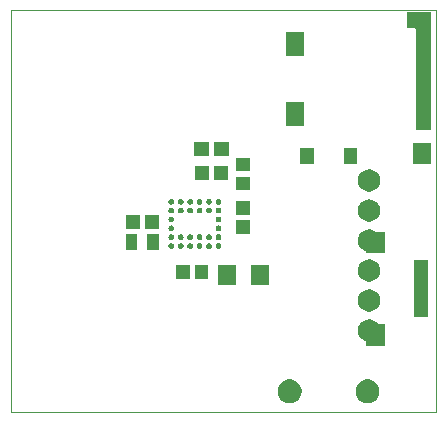
<source format=gbr>
%TF.GenerationSoftware,KiCad,Pcbnew,(5.1.4)-1*%
%TF.CreationDate,2019-10-25T20:45:33-07:00*%
%TF.ProjectId,base,62617365-2e6b-4696-9361-645f70636258,rev?*%
%TF.SameCoordinates,Original*%
%TF.FileFunction,Soldermask,Bot*%
%TF.FilePolarity,Negative*%
%FSLAX46Y46*%
G04 Gerber Fmt 4.6, Leading zero omitted, Abs format (unit mm)*
G04 Created by KiCad (PCBNEW (5.1.4)-1) date 2019-10-25 20:45:33*
%MOMM*%
%LPD*%
G04 APERTURE LIST*
%ADD10C,0.050000*%
%ADD11C,0.100000*%
G04 APERTURE END LIST*
D10*
X166500000Y-93500000D02*
X130500000Y-93500000D01*
X130500000Y-93500000D02*
X130500000Y-127500000D01*
X166500000Y-127500000D02*
X166500000Y-93500000D01*
X130500000Y-127500000D02*
X166500000Y-127500000D01*
D11*
G36*
X160986056Y-124803759D02*
G01*
X161170081Y-124879985D01*
X161170083Y-124879986D01*
X161335703Y-124990649D01*
X161476551Y-125131497D01*
X161587214Y-125297117D01*
X161587215Y-125297119D01*
X161663441Y-125481144D01*
X161702300Y-125676504D01*
X161702300Y-125875696D01*
X161663441Y-126071056D01*
X161587215Y-126255081D01*
X161587214Y-126255083D01*
X161476551Y-126420703D01*
X161335703Y-126561551D01*
X161170083Y-126672214D01*
X161170082Y-126672215D01*
X161170081Y-126672215D01*
X160986056Y-126748441D01*
X160790696Y-126787300D01*
X160591504Y-126787300D01*
X160396144Y-126748441D01*
X160212119Y-126672215D01*
X160212118Y-126672215D01*
X160212117Y-126672214D01*
X160046497Y-126561551D01*
X159905649Y-126420703D01*
X159794986Y-126255083D01*
X159794985Y-126255081D01*
X159718759Y-126071056D01*
X159679900Y-125875696D01*
X159679900Y-125676504D01*
X159718759Y-125481144D01*
X159794985Y-125297119D01*
X159794986Y-125297117D01*
X159905649Y-125131497D01*
X160046497Y-124990649D01*
X160212117Y-124879986D01*
X160212119Y-124879985D01*
X160396144Y-124803759D01*
X160591504Y-124764900D01*
X160790696Y-124764900D01*
X160986056Y-124803759D01*
X160986056Y-124803759D01*
G37*
G36*
X154386056Y-124803759D02*
G01*
X154570081Y-124879985D01*
X154570083Y-124879986D01*
X154735703Y-124990649D01*
X154876551Y-125131497D01*
X154987214Y-125297117D01*
X154987215Y-125297119D01*
X155063441Y-125481144D01*
X155102300Y-125676504D01*
X155102300Y-125875696D01*
X155063441Y-126071056D01*
X154987215Y-126255081D01*
X154987214Y-126255083D01*
X154876551Y-126420703D01*
X154735703Y-126561551D01*
X154570083Y-126672214D01*
X154570082Y-126672215D01*
X154570081Y-126672215D01*
X154386056Y-126748441D01*
X154190696Y-126787300D01*
X153991504Y-126787300D01*
X153796144Y-126748441D01*
X153612119Y-126672215D01*
X153612118Y-126672215D01*
X153612117Y-126672214D01*
X153446497Y-126561551D01*
X153305649Y-126420703D01*
X153194986Y-126255083D01*
X153194985Y-126255081D01*
X153118759Y-126071056D01*
X153079900Y-125875696D01*
X153079900Y-125676504D01*
X153118759Y-125481144D01*
X153194985Y-125297119D01*
X153194986Y-125297117D01*
X153305649Y-125131497D01*
X153446497Y-124990649D01*
X153612117Y-124879986D01*
X153612119Y-124879985D01*
X153796144Y-124803759D01*
X153991504Y-124764900D01*
X154190696Y-124764900D01*
X154386056Y-124803759D01*
X154386056Y-124803759D01*
G37*
G36*
X161033707Y-119708877D02*
G01*
X161094229Y-119720916D01*
X161265262Y-119791760D01*
X161419187Y-119894610D01*
X161550092Y-120025515D01*
X161562073Y-120043446D01*
X161577618Y-120062388D01*
X161596560Y-120077933D01*
X161618170Y-120089485D01*
X161641619Y-120096598D01*
X161666006Y-120099000D01*
X162151000Y-120099000D01*
X162151000Y-121901000D01*
X160549000Y-121901000D01*
X160549000Y-121613060D01*
X160546598Y-121588674D01*
X160539485Y-121565225D01*
X160527934Y-121543614D01*
X160512389Y-121524672D01*
X160493447Y-121509127D01*
X160471835Y-121497576D01*
X160374941Y-121457442D01*
X160221013Y-121354590D01*
X160090110Y-121223687D01*
X159987259Y-121069760D01*
X159916416Y-120898728D01*
X159880300Y-120717164D01*
X159880300Y-120532036D01*
X159916416Y-120350472D01*
X159987259Y-120179440D01*
X160078128Y-120043446D01*
X160090110Y-120025513D01*
X160221013Y-119894610D01*
X160374938Y-119791760D01*
X160545971Y-119720916D01*
X160606493Y-119708877D01*
X160727536Y-119684800D01*
X160912664Y-119684800D01*
X161033707Y-119708877D01*
X161033707Y-119708877D01*
G37*
G36*
X165851000Y-119526000D02*
G01*
X164649000Y-119526000D01*
X164649000Y-114674000D01*
X165851000Y-114674000D01*
X165851000Y-119526000D01*
X165851000Y-119526000D01*
G37*
G36*
X161033707Y-117168877D02*
G01*
X161094229Y-117180916D01*
X161265262Y-117251760D01*
X161419187Y-117354610D01*
X161550090Y-117485513D01*
X161652940Y-117639438D01*
X161723784Y-117810471D01*
X161759900Y-117992038D01*
X161759900Y-118177162D01*
X161723784Y-118358729D01*
X161652940Y-118529762D01*
X161550090Y-118683687D01*
X161419187Y-118814590D01*
X161265262Y-118917440D01*
X161094229Y-118988284D01*
X161033707Y-119000323D01*
X160912664Y-119024400D01*
X160727536Y-119024400D01*
X160606493Y-119000323D01*
X160545971Y-118988284D01*
X160374938Y-118917440D01*
X160221013Y-118814590D01*
X160090110Y-118683687D01*
X159987260Y-118529762D01*
X159916416Y-118358729D01*
X159880300Y-118177162D01*
X159880300Y-117992038D01*
X159916416Y-117810471D01*
X159987260Y-117639438D01*
X160090110Y-117485513D01*
X160221013Y-117354610D01*
X160374938Y-117251760D01*
X160545971Y-117180916D01*
X160606493Y-117168877D01*
X160727536Y-117144800D01*
X160912664Y-117144800D01*
X161033707Y-117168877D01*
X161033707Y-117168877D01*
G37*
G36*
X149568300Y-116814600D02*
G01*
X148015900Y-116814600D01*
X148015900Y-115062200D01*
X149568300Y-115062200D01*
X149568300Y-116814600D01*
X149568300Y-116814600D01*
G37*
G36*
X152368300Y-116814600D02*
G01*
X150815900Y-116814600D01*
X150815900Y-115062200D01*
X152368300Y-115062200D01*
X152368300Y-116814600D01*
X152368300Y-116814600D01*
G37*
G36*
X161033707Y-114628877D02*
G01*
X161094229Y-114640916D01*
X161265262Y-114711760D01*
X161419187Y-114814610D01*
X161550090Y-114945513D01*
X161652940Y-115099438D01*
X161683825Y-115174000D01*
X161723784Y-115270472D01*
X161759900Y-115452036D01*
X161759900Y-115637164D01*
X161735823Y-115758207D01*
X161723784Y-115818729D01*
X161652940Y-115989762D01*
X161550090Y-116143687D01*
X161419187Y-116274590D01*
X161265262Y-116377440D01*
X161094229Y-116448284D01*
X161033707Y-116460323D01*
X160912664Y-116484400D01*
X160727536Y-116484400D01*
X160606493Y-116460323D01*
X160545971Y-116448284D01*
X160374938Y-116377440D01*
X160221013Y-116274590D01*
X160090110Y-116143687D01*
X159987260Y-115989762D01*
X159916416Y-115818729D01*
X159904377Y-115758207D01*
X159880300Y-115637164D01*
X159880300Y-115452036D01*
X159916416Y-115270472D01*
X159956376Y-115174000D01*
X159987260Y-115099438D01*
X160090110Y-114945513D01*
X160221013Y-114814610D01*
X160374938Y-114711760D01*
X160545971Y-114640916D01*
X160606493Y-114628877D01*
X160727536Y-114604800D01*
X160912664Y-114604800D01*
X161033707Y-114628877D01*
X161033707Y-114628877D01*
G37*
G36*
X147220300Y-116247600D02*
G01*
X146067900Y-116247600D01*
X146067900Y-115095200D01*
X147220300Y-115095200D01*
X147220300Y-116247600D01*
X147220300Y-116247600D01*
G37*
G36*
X145620300Y-116247600D02*
G01*
X144467900Y-116247600D01*
X144467900Y-115095200D01*
X145620300Y-115095200D01*
X145620300Y-116247600D01*
X145620300Y-116247600D01*
G37*
G36*
X161033707Y-112088877D02*
G01*
X161094229Y-112100916D01*
X161265262Y-112171760D01*
X161363407Y-112237339D01*
X161424162Y-112277934D01*
X161445773Y-112289485D01*
X161469222Y-112296598D01*
X161493608Y-112299000D01*
X162151000Y-112299000D01*
X162151000Y-114101000D01*
X160549000Y-114101000D01*
X160549000Y-113993060D01*
X160546598Y-113968674D01*
X160539485Y-113945225D01*
X160527934Y-113923614D01*
X160512389Y-113904672D01*
X160493447Y-113889127D01*
X160471835Y-113877576D01*
X160374941Y-113837442D01*
X160221013Y-113734590D01*
X160090110Y-113603687D01*
X160001718Y-113471400D01*
X159987260Y-113449762D01*
X159916416Y-113278729D01*
X159880300Y-113097162D01*
X159880300Y-112912038D01*
X159883677Y-112895063D01*
X159908666Y-112769432D01*
X159916416Y-112730471D01*
X159966509Y-112609535D01*
X159987259Y-112559440D01*
X159995079Y-112547737D01*
X160090110Y-112405513D01*
X160221013Y-112274610D01*
X160374938Y-112171760D01*
X160545971Y-112100916D01*
X160606493Y-112088877D01*
X160727536Y-112064800D01*
X160912664Y-112064800D01*
X161033707Y-112088877D01*
X161033707Y-112088877D01*
G37*
G36*
X141197600Y-113805100D02*
G01*
X140245200Y-113805100D01*
X140245200Y-112452700D01*
X141197600Y-112452700D01*
X141197600Y-113805100D01*
X141197600Y-113805100D01*
G37*
G36*
X142997600Y-113805100D02*
G01*
X142045200Y-113805100D01*
X142045200Y-112452700D01*
X142997600Y-112452700D01*
X142997600Y-113805100D01*
X142997600Y-113805100D01*
G37*
G36*
X145719132Y-113229930D02*
G01*
X145765318Y-113243940D01*
X145807882Y-113266691D01*
X145845191Y-113297309D01*
X145875809Y-113334618D01*
X145898560Y-113377182D01*
X145912570Y-113423368D01*
X145917301Y-113471399D01*
X145917301Y-113471401D01*
X145912570Y-113519432D01*
X145898560Y-113565618D01*
X145875809Y-113608182D01*
X145845191Y-113645491D01*
X145807882Y-113676109D01*
X145765318Y-113698860D01*
X145719132Y-113712870D01*
X145671101Y-113717601D01*
X145671099Y-113717601D01*
X145623068Y-113712870D01*
X145576882Y-113698860D01*
X145534318Y-113676109D01*
X145497009Y-113645491D01*
X145466391Y-113608182D01*
X145443640Y-113565618D01*
X145429630Y-113519432D01*
X145424899Y-113471401D01*
X145424899Y-113471399D01*
X145429630Y-113423368D01*
X145443640Y-113377182D01*
X145466391Y-113334618D01*
X145497009Y-113297309D01*
X145534318Y-113266691D01*
X145576882Y-113243940D01*
X145623068Y-113229930D01*
X145671099Y-113225199D01*
X145671101Y-113225199D01*
X145719132Y-113229930D01*
X145719132Y-113229930D01*
G37*
G36*
X148119132Y-113229930D02*
G01*
X148165318Y-113243940D01*
X148207882Y-113266691D01*
X148245191Y-113297309D01*
X148275809Y-113334618D01*
X148298560Y-113377182D01*
X148312570Y-113423368D01*
X148317301Y-113471399D01*
X148317301Y-113471401D01*
X148312570Y-113519432D01*
X148298560Y-113565618D01*
X148275809Y-113608182D01*
X148245191Y-113645491D01*
X148207882Y-113676109D01*
X148165318Y-113698860D01*
X148119132Y-113712870D01*
X148071101Y-113717601D01*
X148071099Y-113717601D01*
X148023068Y-113712870D01*
X147976882Y-113698860D01*
X147934318Y-113676109D01*
X147897009Y-113645491D01*
X147866391Y-113608182D01*
X147843640Y-113565618D01*
X147829630Y-113519432D01*
X147824899Y-113471401D01*
X147824899Y-113471399D01*
X147829630Y-113423368D01*
X147843640Y-113377182D01*
X147866391Y-113334618D01*
X147897009Y-113297309D01*
X147934318Y-113266691D01*
X147976882Y-113243940D01*
X148023068Y-113229930D01*
X148071099Y-113225199D01*
X148071101Y-113225199D01*
X148119132Y-113229930D01*
X148119132Y-113229930D01*
G37*
G36*
X147319132Y-113229930D02*
G01*
X147365318Y-113243940D01*
X147407882Y-113266691D01*
X147445191Y-113297309D01*
X147475809Y-113334618D01*
X147498560Y-113377182D01*
X147512570Y-113423368D01*
X147517301Y-113471399D01*
X147517301Y-113471401D01*
X147512570Y-113519432D01*
X147498560Y-113565618D01*
X147475809Y-113608182D01*
X147445191Y-113645491D01*
X147407882Y-113676109D01*
X147365318Y-113698860D01*
X147319132Y-113712870D01*
X147271101Y-113717601D01*
X147271099Y-113717601D01*
X147223068Y-113712870D01*
X147176882Y-113698860D01*
X147134318Y-113676109D01*
X147097009Y-113645491D01*
X147066391Y-113608182D01*
X147043640Y-113565618D01*
X147029630Y-113519432D01*
X147024899Y-113471401D01*
X147024899Y-113471399D01*
X147029630Y-113423368D01*
X147043640Y-113377182D01*
X147066391Y-113334618D01*
X147097009Y-113297309D01*
X147134318Y-113266691D01*
X147176882Y-113243940D01*
X147223068Y-113229930D01*
X147271099Y-113225199D01*
X147271101Y-113225199D01*
X147319132Y-113229930D01*
X147319132Y-113229930D01*
G37*
G36*
X144119132Y-113229930D02*
G01*
X144165318Y-113243940D01*
X144207882Y-113266691D01*
X144245191Y-113297309D01*
X144275809Y-113334618D01*
X144298560Y-113377182D01*
X144312570Y-113423368D01*
X144317301Y-113471399D01*
X144317301Y-113471401D01*
X144312570Y-113519432D01*
X144298560Y-113565618D01*
X144275809Y-113608182D01*
X144245191Y-113645491D01*
X144207882Y-113676109D01*
X144165318Y-113698860D01*
X144119132Y-113712870D01*
X144071101Y-113717601D01*
X144071099Y-113717601D01*
X144023068Y-113712870D01*
X143976882Y-113698860D01*
X143934318Y-113676109D01*
X143897009Y-113645491D01*
X143866391Y-113608182D01*
X143843640Y-113565618D01*
X143829630Y-113519432D01*
X143824899Y-113471401D01*
X143824899Y-113471399D01*
X143829630Y-113423368D01*
X143843640Y-113377182D01*
X143866391Y-113334618D01*
X143897009Y-113297309D01*
X143934318Y-113266691D01*
X143976882Y-113243940D01*
X144023068Y-113229930D01*
X144071099Y-113225199D01*
X144071101Y-113225199D01*
X144119132Y-113229930D01*
X144119132Y-113229930D01*
G37*
G36*
X144919132Y-113229930D02*
G01*
X144965318Y-113243940D01*
X145007882Y-113266691D01*
X145045191Y-113297309D01*
X145075809Y-113334618D01*
X145098560Y-113377182D01*
X145112570Y-113423368D01*
X145117301Y-113471399D01*
X145117301Y-113471401D01*
X145112570Y-113519432D01*
X145098560Y-113565618D01*
X145075809Y-113608182D01*
X145045191Y-113645491D01*
X145007882Y-113676109D01*
X144965318Y-113698860D01*
X144919132Y-113712870D01*
X144871101Y-113717601D01*
X144871099Y-113717601D01*
X144823068Y-113712870D01*
X144776882Y-113698860D01*
X144734318Y-113676109D01*
X144697009Y-113645491D01*
X144666391Y-113608182D01*
X144643640Y-113565618D01*
X144629630Y-113519432D01*
X144624899Y-113471401D01*
X144624899Y-113471399D01*
X144629630Y-113423368D01*
X144643640Y-113377182D01*
X144666391Y-113334618D01*
X144697009Y-113297309D01*
X144734318Y-113266691D01*
X144776882Y-113243940D01*
X144823068Y-113229930D01*
X144871099Y-113225199D01*
X144871101Y-113225199D01*
X144919132Y-113229930D01*
X144919132Y-113229930D01*
G37*
G36*
X146519132Y-113229930D02*
G01*
X146565318Y-113243940D01*
X146607882Y-113266691D01*
X146645191Y-113297309D01*
X146675809Y-113334618D01*
X146698560Y-113377182D01*
X146712570Y-113423368D01*
X146717301Y-113471399D01*
X146717301Y-113471401D01*
X146712570Y-113519432D01*
X146698560Y-113565618D01*
X146675809Y-113608182D01*
X146645191Y-113645491D01*
X146607882Y-113676109D01*
X146565318Y-113698860D01*
X146519132Y-113712870D01*
X146471101Y-113717601D01*
X146471099Y-113717601D01*
X146423068Y-113712870D01*
X146376882Y-113698860D01*
X146334318Y-113676109D01*
X146297009Y-113645491D01*
X146266391Y-113608182D01*
X146243640Y-113565618D01*
X146229630Y-113519432D01*
X146224899Y-113471401D01*
X146224899Y-113471399D01*
X146229630Y-113423368D01*
X146243640Y-113377182D01*
X146266391Y-113334618D01*
X146297009Y-113297309D01*
X146334318Y-113266691D01*
X146376882Y-113243940D01*
X146423068Y-113229930D01*
X146471099Y-113225199D01*
X146471101Y-113225199D01*
X146519132Y-113229930D01*
X146519132Y-113229930D01*
G37*
G36*
X144919132Y-112479930D02*
G01*
X144965318Y-112493940D01*
X145007882Y-112516691D01*
X145045191Y-112547309D01*
X145075809Y-112584618D01*
X145098560Y-112627182D01*
X145112570Y-112673368D01*
X145117301Y-112721399D01*
X145117301Y-112721401D01*
X145112570Y-112769432D01*
X145098560Y-112815618D01*
X145075809Y-112858182D01*
X145045191Y-112895491D01*
X145007882Y-112926109D01*
X144965318Y-112948860D01*
X144919132Y-112962870D01*
X144871101Y-112967601D01*
X144871099Y-112967601D01*
X144823068Y-112962870D01*
X144776882Y-112948860D01*
X144734318Y-112926109D01*
X144697009Y-112895491D01*
X144666391Y-112858182D01*
X144643640Y-112815618D01*
X144629630Y-112769432D01*
X144624899Y-112721401D01*
X144624899Y-112721399D01*
X144629630Y-112673368D01*
X144643640Y-112627182D01*
X144666391Y-112584618D01*
X144697009Y-112547309D01*
X144734318Y-112516691D01*
X144776882Y-112493940D01*
X144823068Y-112479930D01*
X144871099Y-112475199D01*
X144871101Y-112475199D01*
X144919132Y-112479930D01*
X144919132Y-112479930D01*
G37*
G36*
X148119132Y-112479930D02*
G01*
X148165318Y-112493940D01*
X148207882Y-112516691D01*
X148245191Y-112547309D01*
X148275809Y-112584618D01*
X148298560Y-112627182D01*
X148312570Y-112673368D01*
X148317301Y-112721399D01*
X148317301Y-112721401D01*
X148312570Y-112769432D01*
X148298560Y-112815618D01*
X148275809Y-112858182D01*
X148245191Y-112895491D01*
X148207882Y-112926109D01*
X148165318Y-112948860D01*
X148119132Y-112962870D01*
X148071101Y-112967601D01*
X148071099Y-112967601D01*
X148023068Y-112962870D01*
X147976882Y-112948860D01*
X147934318Y-112926109D01*
X147897009Y-112895491D01*
X147866391Y-112858182D01*
X147843640Y-112815618D01*
X147829630Y-112769432D01*
X147824899Y-112721401D01*
X147824899Y-112721399D01*
X147829630Y-112673368D01*
X147843640Y-112627182D01*
X147866391Y-112584618D01*
X147897009Y-112547309D01*
X147934318Y-112516691D01*
X147976882Y-112493940D01*
X148023068Y-112479930D01*
X148071099Y-112475199D01*
X148071101Y-112475199D01*
X148119132Y-112479930D01*
X148119132Y-112479930D01*
G37*
G36*
X144119132Y-112479930D02*
G01*
X144165318Y-112493940D01*
X144207882Y-112516691D01*
X144245191Y-112547309D01*
X144275809Y-112584618D01*
X144298560Y-112627182D01*
X144312570Y-112673368D01*
X144317301Y-112721399D01*
X144317301Y-112721401D01*
X144312570Y-112769432D01*
X144298560Y-112815618D01*
X144275809Y-112858182D01*
X144245191Y-112895491D01*
X144207882Y-112926109D01*
X144165318Y-112948860D01*
X144119132Y-112962870D01*
X144071101Y-112967601D01*
X144071099Y-112967601D01*
X144023068Y-112962870D01*
X143976882Y-112948860D01*
X143934318Y-112926109D01*
X143897009Y-112895491D01*
X143866391Y-112858182D01*
X143843640Y-112815618D01*
X143829630Y-112769432D01*
X143824899Y-112721401D01*
X143824899Y-112721399D01*
X143829630Y-112673368D01*
X143843640Y-112627182D01*
X143866391Y-112584618D01*
X143897009Y-112547309D01*
X143934318Y-112516691D01*
X143976882Y-112493940D01*
X144023068Y-112479930D01*
X144071099Y-112475199D01*
X144071101Y-112475199D01*
X144119132Y-112479930D01*
X144119132Y-112479930D01*
G37*
G36*
X145719132Y-112479930D02*
G01*
X145765318Y-112493940D01*
X145807882Y-112516691D01*
X145845191Y-112547309D01*
X145875809Y-112584618D01*
X145898560Y-112627182D01*
X145912570Y-112673368D01*
X145917301Y-112721399D01*
X145917301Y-112721401D01*
X145912570Y-112769432D01*
X145898560Y-112815618D01*
X145875809Y-112858182D01*
X145845191Y-112895491D01*
X145807882Y-112926109D01*
X145765318Y-112948860D01*
X145719132Y-112962870D01*
X145671101Y-112967601D01*
X145671099Y-112967601D01*
X145623068Y-112962870D01*
X145576882Y-112948860D01*
X145534318Y-112926109D01*
X145497009Y-112895491D01*
X145466391Y-112858182D01*
X145443640Y-112815618D01*
X145429630Y-112769432D01*
X145424899Y-112721401D01*
X145424899Y-112721399D01*
X145429630Y-112673368D01*
X145443640Y-112627182D01*
X145466391Y-112584618D01*
X145497009Y-112547309D01*
X145534318Y-112516691D01*
X145576882Y-112493940D01*
X145623068Y-112479930D01*
X145671099Y-112475199D01*
X145671101Y-112475199D01*
X145719132Y-112479930D01*
X145719132Y-112479930D01*
G37*
G36*
X146519132Y-112479930D02*
G01*
X146565318Y-112493940D01*
X146607882Y-112516691D01*
X146645191Y-112547309D01*
X146675809Y-112584618D01*
X146698560Y-112627182D01*
X146712570Y-112673368D01*
X146717301Y-112721399D01*
X146717301Y-112721401D01*
X146712570Y-112769432D01*
X146698560Y-112815618D01*
X146675809Y-112858182D01*
X146645191Y-112895491D01*
X146607882Y-112926109D01*
X146565318Y-112948860D01*
X146519132Y-112962870D01*
X146471101Y-112967601D01*
X146471099Y-112967601D01*
X146423068Y-112962870D01*
X146376882Y-112948860D01*
X146334318Y-112926109D01*
X146297009Y-112895491D01*
X146266391Y-112858182D01*
X146243640Y-112815618D01*
X146229630Y-112769432D01*
X146224899Y-112721401D01*
X146224899Y-112721399D01*
X146229630Y-112673368D01*
X146243640Y-112627182D01*
X146266391Y-112584618D01*
X146297009Y-112547309D01*
X146334318Y-112516691D01*
X146376882Y-112493940D01*
X146423068Y-112479930D01*
X146471099Y-112475199D01*
X146471101Y-112475199D01*
X146519132Y-112479930D01*
X146519132Y-112479930D01*
G37*
G36*
X147319132Y-112479930D02*
G01*
X147365318Y-112493940D01*
X147407882Y-112516691D01*
X147445191Y-112547309D01*
X147475809Y-112584618D01*
X147498560Y-112627182D01*
X147512570Y-112673368D01*
X147517301Y-112721399D01*
X147517301Y-112721401D01*
X147512570Y-112769432D01*
X147498560Y-112815618D01*
X147475809Y-112858182D01*
X147445191Y-112895491D01*
X147407882Y-112926109D01*
X147365318Y-112948860D01*
X147319132Y-112962870D01*
X147271101Y-112967601D01*
X147271099Y-112967601D01*
X147223068Y-112962870D01*
X147176882Y-112948860D01*
X147134318Y-112926109D01*
X147097009Y-112895491D01*
X147066391Y-112858182D01*
X147043640Y-112815618D01*
X147029630Y-112769432D01*
X147024899Y-112721401D01*
X147024899Y-112721399D01*
X147029630Y-112673368D01*
X147043640Y-112627182D01*
X147066391Y-112584618D01*
X147097009Y-112547309D01*
X147134318Y-112516691D01*
X147176882Y-112493940D01*
X147223068Y-112479930D01*
X147271099Y-112475199D01*
X147271101Y-112475199D01*
X147319132Y-112479930D01*
X147319132Y-112479930D01*
G37*
G36*
X150747300Y-112447600D02*
G01*
X149594900Y-112447600D01*
X149594900Y-111295200D01*
X150747300Y-111295200D01*
X150747300Y-112447600D01*
X150747300Y-112447600D01*
G37*
G36*
X144119132Y-111729930D02*
G01*
X144165318Y-111743940D01*
X144207882Y-111766691D01*
X144245191Y-111797309D01*
X144275809Y-111834618D01*
X144298560Y-111877182D01*
X144312570Y-111923368D01*
X144317301Y-111971399D01*
X144317301Y-111971401D01*
X144312570Y-112019432D01*
X144298560Y-112065618D01*
X144275809Y-112108182D01*
X144245191Y-112145491D01*
X144207882Y-112176109D01*
X144165318Y-112198860D01*
X144119132Y-112212870D01*
X144071101Y-112217601D01*
X144071099Y-112217601D01*
X144023068Y-112212870D01*
X143976882Y-112198860D01*
X143934318Y-112176109D01*
X143897009Y-112145491D01*
X143866391Y-112108182D01*
X143843640Y-112065618D01*
X143829630Y-112019432D01*
X143824899Y-111971401D01*
X143824899Y-111971399D01*
X143829630Y-111923368D01*
X143843640Y-111877182D01*
X143866391Y-111834618D01*
X143897009Y-111797309D01*
X143934318Y-111766691D01*
X143976882Y-111743940D01*
X144023068Y-111729930D01*
X144071099Y-111725199D01*
X144071101Y-111725199D01*
X144119132Y-111729930D01*
X144119132Y-111729930D01*
G37*
G36*
X148119132Y-111729930D02*
G01*
X148165318Y-111743940D01*
X148207882Y-111766691D01*
X148245191Y-111797309D01*
X148275809Y-111834618D01*
X148298560Y-111877182D01*
X148312570Y-111923368D01*
X148317301Y-111971399D01*
X148317301Y-111971401D01*
X148312570Y-112019432D01*
X148298560Y-112065618D01*
X148275809Y-112108182D01*
X148245191Y-112145491D01*
X148207882Y-112176109D01*
X148165318Y-112198860D01*
X148119132Y-112212870D01*
X148071101Y-112217601D01*
X148071099Y-112217601D01*
X148023068Y-112212870D01*
X147976882Y-112198860D01*
X147934318Y-112176109D01*
X147897009Y-112145491D01*
X147866391Y-112108182D01*
X147843640Y-112065618D01*
X147829630Y-112019432D01*
X147824899Y-111971401D01*
X147824899Y-111971399D01*
X147829630Y-111923368D01*
X147843640Y-111877182D01*
X147866391Y-111834618D01*
X147897009Y-111797309D01*
X147934318Y-111766691D01*
X147976882Y-111743940D01*
X148023068Y-111729930D01*
X148071099Y-111725199D01*
X148071101Y-111725199D01*
X148119132Y-111729930D01*
X148119132Y-111729930D01*
G37*
G36*
X142997600Y-112005100D02*
G01*
X141845200Y-112005100D01*
X141845200Y-110852700D01*
X142997600Y-110852700D01*
X142997600Y-112005100D01*
X142997600Y-112005100D01*
G37*
G36*
X141397600Y-112005100D02*
G01*
X140245200Y-112005100D01*
X140245200Y-110852700D01*
X141397600Y-110852700D01*
X141397600Y-112005100D01*
X141397600Y-112005100D01*
G37*
G36*
X144119132Y-110979930D02*
G01*
X144165318Y-110993940D01*
X144207882Y-111016691D01*
X144245191Y-111047309D01*
X144275809Y-111084618D01*
X144298560Y-111127182D01*
X144312570Y-111173368D01*
X144317301Y-111221399D01*
X144317301Y-111221401D01*
X144312570Y-111269432D01*
X144298560Y-111315618D01*
X144275809Y-111358182D01*
X144245191Y-111395491D01*
X144207882Y-111426109D01*
X144165318Y-111448860D01*
X144119132Y-111462870D01*
X144071101Y-111467601D01*
X144071099Y-111467601D01*
X144023068Y-111462870D01*
X143976882Y-111448860D01*
X143934318Y-111426109D01*
X143897009Y-111395491D01*
X143866391Y-111358182D01*
X143843640Y-111315618D01*
X143829630Y-111269432D01*
X143824899Y-111221401D01*
X143824899Y-111221399D01*
X143829630Y-111173368D01*
X143843640Y-111127182D01*
X143866391Y-111084618D01*
X143897009Y-111047309D01*
X143934318Y-111016691D01*
X143976882Y-110993940D01*
X144023068Y-110979930D01*
X144071099Y-110975199D01*
X144071101Y-110975199D01*
X144119132Y-110979930D01*
X144119132Y-110979930D01*
G37*
G36*
X148119132Y-110979930D02*
G01*
X148165318Y-110993940D01*
X148207882Y-111016691D01*
X148245191Y-111047309D01*
X148275809Y-111084618D01*
X148298560Y-111127182D01*
X148312570Y-111173368D01*
X148317301Y-111221399D01*
X148317301Y-111221401D01*
X148312570Y-111269432D01*
X148298560Y-111315618D01*
X148275809Y-111358182D01*
X148245191Y-111395491D01*
X148207882Y-111426109D01*
X148165318Y-111448860D01*
X148119132Y-111462870D01*
X148071101Y-111467601D01*
X148071099Y-111467601D01*
X148023068Y-111462870D01*
X147976882Y-111448860D01*
X147934318Y-111426109D01*
X147897009Y-111395491D01*
X147866391Y-111358182D01*
X147843640Y-111315618D01*
X147829630Y-111269432D01*
X147824899Y-111221401D01*
X147824899Y-111221399D01*
X147829630Y-111173368D01*
X147843640Y-111127182D01*
X147866391Y-111084618D01*
X147897009Y-111047309D01*
X147934318Y-111016691D01*
X147976882Y-110993940D01*
X148023068Y-110979930D01*
X148071099Y-110975199D01*
X148071101Y-110975199D01*
X148119132Y-110979930D01*
X148119132Y-110979930D01*
G37*
G36*
X161025822Y-109547309D02*
G01*
X161094229Y-109560916D01*
X161265262Y-109631760D01*
X161419187Y-109734610D01*
X161550090Y-109865513D01*
X161614747Y-109962278D01*
X161652941Y-110019440D01*
X161723784Y-110190472D01*
X161759900Y-110372036D01*
X161759900Y-110557164D01*
X161742415Y-110645063D01*
X161723784Y-110738729D01*
X161652940Y-110909762D01*
X161550090Y-111063687D01*
X161419187Y-111194590D01*
X161265262Y-111297440D01*
X161094229Y-111368284D01*
X161033707Y-111380323D01*
X160912664Y-111404400D01*
X160727536Y-111404400D01*
X160606493Y-111380323D01*
X160545971Y-111368284D01*
X160374938Y-111297440D01*
X160221013Y-111194590D01*
X160090110Y-111063687D01*
X159987260Y-110909762D01*
X159916416Y-110738729D01*
X159897785Y-110645063D01*
X159880300Y-110557164D01*
X159880300Y-110372036D01*
X159916416Y-110190472D01*
X159987259Y-110019440D01*
X160025454Y-109962278D01*
X160090110Y-109865513D01*
X160221013Y-109734610D01*
X160374938Y-109631760D01*
X160545971Y-109560916D01*
X160614378Y-109547309D01*
X160727536Y-109524800D01*
X160912664Y-109524800D01*
X161025822Y-109547309D01*
X161025822Y-109547309D01*
G37*
G36*
X150747300Y-110847600D02*
G01*
X149594900Y-110847600D01*
X149594900Y-109695200D01*
X150747300Y-109695200D01*
X150747300Y-110847600D01*
X150747300Y-110847600D01*
G37*
G36*
X148119132Y-110229930D02*
G01*
X148165318Y-110243940D01*
X148207882Y-110266691D01*
X148245191Y-110297309D01*
X148275809Y-110334618D01*
X148298560Y-110377182D01*
X148312570Y-110423368D01*
X148317301Y-110471399D01*
X148317301Y-110471401D01*
X148312570Y-110519432D01*
X148298560Y-110565618D01*
X148275809Y-110608182D01*
X148245191Y-110645491D01*
X148207882Y-110676109D01*
X148165318Y-110698860D01*
X148119132Y-110712870D01*
X148071101Y-110717601D01*
X148071099Y-110717601D01*
X148023068Y-110712870D01*
X147976882Y-110698860D01*
X147934318Y-110676109D01*
X147897009Y-110645491D01*
X147866391Y-110608182D01*
X147843640Y-110565618D01*
X147829630Y-110519432D01*
X147824899Y-110471401D01*
X147824899Y-110471399D01*
X147829630Y-110423368D01*
X147843640Y-110377182D01*
X147866391Y-110334618D01*
X147897009Y-110297309D01*
X147934318Y-110266691D01*
X147976882Y-110243940D01*
X148023068Y-110229930D01*
X148071099Y-110225199D01*
X148071101Y-110225199D01*
X148119132Y-110229930D01*
X148119132Y-110229930D01*
G37*
G36*
X147319132Y-110229930D02*
G01*
X147365318Y-110243940D01*
X147407882Y-110266691D01*
X147445191Y-110297309D01*
X147475809Y-110334618D01*
X147498560Y-110377182D01*
X147512570Y-110423368D01*
X147517301Y-110471399D01*
X147517301Y-110471401D01*
X147512570Y-110519432D01*
X147498560Y-110565618D01*
X147475809Y-110608182D01*
X147445191Y-110645491D01*
X147407882Y-110676109D01*
X147365318Y-110698860D01*
X147319132Y-110712870D01*
X147271101Y-110717601D01*
X147271099Y-110717601D01*
X147223068Y-110712870D01*
X147176882Y-110698860D01*
X147134318Y-110676109D01*
X147097009Y-110645491D01*
X147066391Y-110608182D01*
X147043640Y-110565618D01*
X147029630Y-110519432D01*
X147024899Y-110471401D01*
X147024899Y-110471399D01*
X147029630Y-110423368D01*
X147043640Y-110377182D01*
X147066391Y-110334618D01*
X147097009Y-110297309D01*
X147134318Y-110266691D01*
X147176882Y-110243940D01*
X147223068Y-110229930D01*
X147271099Y-110225199D01*
X147271101Y-110225199D01*
X147319132Y-110229930D01*
X147319132Y-110229930D01*
G37*
G36*
X146519132Y-110229930D02*
G01*
X146565318Y-110243940D01*
X146607882Y-110266691D01*
X146645191Y-110297309D01*
X146675809Y-110334618D01*
X146698560Y-110377182D01*
X146712570Y-110423368D01*
X146717301Y-110471399D01*
X146717301Y-110471401D01*
X146712570Y-110519432D01*
X146698560Y-110565618D01*
X146675809Y-110608182D01*
X146645191Y-110645491D01*
X146607882Y-110676109D01*
X146565318Y-110698860D01*
X146519132Y-110712870D01*
X146471101Y-110717601D01*
X146471099Y-110717601D01*
X146423068Y-110712870D01*
X146376882Y-110698860D01*
X146334318Y-110676109D01*
X146297009Y-110645491D01*
X146266391Y-110608182D01*
X146243640Y-110565618D01*
X146229630Y-110519432D01*
X146224899Y-110471401D01*
X146224899Y-110471399D01*
X146229630Y-110423368D01*
X146243640Y-110377182D01*
X146266391Y-110334618D01*
X146297009Y-110297309D01*
X146334318Y-110266691D01*
X146376882Y-110243940D01*
X146423068Y-110229930D01*
X146471099Y-110225199D01*
X146471101Y-110225199D01*
X146519132Y-110229930D01*
X146519132Y-110229930D01*
G37*
G36*
X145719132Y-110229930D02*
G01*
X145765318Y-110243940D01*
X145807882Y-110266691D01*
X145845191Y-110297309D01*
X145875809Y-110334618D01*
X145898560Y-110377182D01*
X145912570Y-110423368D01*
X145917301Y-110471399D01*
X145917301Y-110471401D01*
X145912570Y-110519432D01*
X145898560Y-110565618D01*
X145875809Y-110608182D01*
X145845191Y-110645491D01*
X145807882Y-110676109D01*
X145765318Y-110698860D01*
X145719132Y-110712870D01*
X145671101Y-110717601D01*
X145671099Y-110717601D01*
X145623068Y-110712870D01*
X145576882Y-110698860D01*
X145534318Y-110676109D01*
X145497009Y-110645491D01*
X145466391Y-110608182D01*
X145443640Y-110565618D01*
X145429630Y-110519432D01*
X145424899Y-110471401D01*
X145424899Y-110471399D01*
X145429630Y-110423368D01*
X145443640Y-110377182D01*
X145466391Y-110334618D01*
X145497009Y-110297309D01*
X145534318Y-110266691D01*
X145576882Y-110243940D01*
X145623068Y-110229930D01*
X145671099Y-110225199D01*
X145671101Y-110225199D01*
X145719132Y-110229930D01*
X145719132Y-110229930D01*
G37*
G36*
X144919132Y-110229930D02*
G01*
X144965318Y-110243940D01*
X145007882Y-110266691D01*
X145045191Y-110297309D01*
X145075809Y-110334618D01*
X145098560Y-110377182D01*
X145112570Y-110423368D01*
X145117301Y-110471399D01*
X145117301Y-110471401D01*
X145112570Y-110519432D01*
X145098560Y-110565618D01*
X145075809Y-110608182D01*
X145045191Y-110645491D01*
X145007882Y-110676109D01*
X144965318Y-110698860D01*
X144919132Y-110712870D01*
X144871101Y-110717601D01*
X144871099Y-110717601D01*
X144823068Y-110712870D01*
X144776882Y-110698860D01*
X144734318Y-110676109D01*
X144697009Y-110645491D01*
X144666391Y-110608182D01*
X144643640Y-110565618D01*
X144629630Y-110519432D01*
X144624899Y-110471401D01*
X144624899Y-110471399D01*
X144629630Y-110423368D01*
X144643640Y-110377182D01*
X144666391Y-110334618D01*
X144697009Y-110297309D01*
X144734318Y-110266691D01*
X144776882Y-110243940D01*
X144823068Y-110229930D01*
X144871099Y-110225199D01*
X144871101Y-110225199D01*
X144919132Y-110229930D01*
X144919132Y-110229930D01*
G37*
G36*
X144119132Y-110229930D02*
G01*
X144165318Y-110243940D01*
X144207882Y-110266691D01*
X144245191Y-110297309D01*
X144275809Y-110334618D01*
X144298560Y-110377182D01*
X144312570Y-110423368D01*
X144317301Y-110471399D01*
X144317301Y-110471401D01*
X144312570Y-110519432D01*
X144298560Y-110565618D01*
X144275809Y-110608182D01*
X144245191Y-110645491D01*
X144207882Y-110676109D01*
X144165318Y-110698860D01*
X144119132Y-110712870D01*
X144071101Y-110717601D01*
X144071099Y-110717601D01*
X144023068Y-110712870D01*
X143976882Y-110698860D01*
X143934318Y-110676109D01*
X143897009Y-110645491D01*
X143866391Y-110608182D01*
X143843640Y-110565618D01*
X143829630Y-110519432D01*
X143824899Y-110471401D01*
X143824899Y-110471399D01*
X143829630Y-110423368D01*
X143843640Y-110377182D01*
X143866391Y-110334618D01*
X143897009Y-110297309D01*
X143934318Y-110266691D01*
X143976882Y-110243940D01*
X144023068Y-110229930D01*
X144071099Y-110225199D01*
X144071101Y-110225199D01*
X144119132Y-110229930D01*
X144119132Y-110229930D01*
G37*
G36*
X144919132Y-109479930D02*
G01*
X144965318Y-109493940D01*
X145007882Y-109516691D01*
X145045191Y-109547309D01*
X145075809Y-109584618D01*
X145098560Y-109627182D01*
X145112570Y-109673368D01*
X145117301Y-109721399D01*
X145117301Y-109721401D01*
X145112570Y-109769432D01*
X145098560Y-109815618D01*
X145075809Y-109858182D01*
X145045191Y-109895491D01*
X145007882Y-109926109D01*
X144965318Y-109948860D01*
X144919132Y-109962870D01*
X144871101Y-109967601D01*
X144871099Y-109967601D01*
X144823068Y-109962870D01*
X144776882Y-109948860D01*
X144734318Y-109926109D01*
X144697009Y-109895491D01*
X144666391Y-109858182D01*
X144643640Y-109815618D01*
X144629630Y-109769432D01*
X144624899Y-109721401D01*
X144624899Y-109721399D01*
X144629630Y-109673368D01*
X144643640Y-109627182D01*
X144666391Y-109584618D01*
X144697009Y-109547309D01*
X144734318Y-109516691D01*
X144776882Y-109493940D01*
X144823068Y-109479930D01*
X144871099Y-109475199D01*
X144871101Y-109475199D01*
X144919132Y-109479930D01*
X144919132Y-109479930D01*
G37*
G36*
X144119132Y-109479930D02*
G01*
X144165318Y-109493940D01*
X144207882Y-109516691D01*
X144245191Y-109547309D01*
X144275809Y-109584618D01*
X144298560Y-109627182D01*
X144312570Y-109673368D01*
X144317301Y-109721399D01*
X144317301Y-109721401D01*
X144312570Y-109769432D01*
X144298560Y-109815618D01*
X144275809Y-109858182D01*
X144245191Y-109895491D01*
X144207882Y-109926109D01*
X144165318Y-109948860D01*
X144119132Y-109962870D01*
X144071101Y-109967601D01*
X144071099Y-109967601D01*
X144023068Y-109962870D01*
X143976882Y-109948860D01*
X143934318Y-109926109D01*
X143897009Y-109895491D01*
X143866391Y-109858182D01*
X143843640Y-109815618D01*
X143829630Y-109769432D01*
X143824899Y-109721401D01*
X143824899Y-109721399D01*
X143829630Y-109673368D01*
X143843640Y-109627182D01*
X143866391Y-109584618D01*
X143897009Y-109547309D01*
X143934318Y-109516691D01*
X143976882Y-109493940D01*
X144023068Y-109479930D01*
X144071099Y-109475199D01*
X144071101Y-109475199D01*
X144119132Y-109479930D01*
X144119132Y-109479930D01*
G37*
G36*
X145719132Y-109479930D02*
G01*
X145765318Y-109493940D01*
X145807882Y-109516691D01*
X145845191Y-109547309D01*
X145875809Y-109584618D01*
X145898560Y-109627182D01*
X145912570Y-109673368D01*
X145917301Y-109721399D01*
X145917301Y-109721401D01*
X145912570Y-109769432D01*
X145898560Y-109815618D01*
X145875809Y-109858182D01*
X145845191Y-109895491D01*
X145807882Y-109926109D01*
X145765318Y-109948860D01*
X145719132Y-109962870D01*
X145671101Y-109967601D01*
X145671099Y-109967601D01*
X145623068Y-109962870D01*
X145576882Y-109948860D01*
X145534318Y-109926109D01*
X145497009Y-109895491D01*
X145466391Y-109858182D01*
X145443640Y-109815618D01*
X145429630Y-109769432D01*
X145424899Y-109721401D01*
X145424899Y-109721399D01*
X145429630Y-109673368D01*
X145443640Y-109627182D01*
X145466391Y-109584618D01*
X145497009Y-109547309D01*
X145534318Y-109516691D01*
X145576882Y-109493940D01*
X145623068Y-109479930D01*
X145671099Y-109475199D01*
X145671101Y-109475199D01*
X145719132Y-109479930D01*
X145719132Y-109479930D01*
G37*
G36*
X146519132Y-109479930D02*
G01*
X146565318Y-109493940D01*
X146607882Y-109516691D01*
X146645191Y-109547309D01*
X146675809Y-109584618D01*
X146698560Y-109627182D01*
X146712570Y-109673368D01*
X146717301Y-109721399D01*
X146717301Y-109721401D01*
X146712570Y-109769432D01*
X146698560Y-109815618D01*
X146675809Y-109858182D01*
X146645191Y-109895491D01*
X146607882Y-109926109D01*
X146565318Y-109948860D01*
X146519132Y-109962870D01*
X146471101Y-109967601D01*
X146471099Y-109967601D01*
X146423068Y-109962870D01*
X146376882Y-109948860D01*
X146334318Y-109926109D01*
X146297009Y-109895491D01*
X146266391Y-109858182D01*
X146243640Y-109815618D01*
X146229630Y-109769432D01*
X146224899Y-109721401D01*
X146224899Y-109721399D01*
X146229630Y-109673368D01*
X146243640Y-109627182D01*
X146266391Y-109584618D01*
X146297009Y-109547309D01*
X146334318Y-109516691D01*
X146376882Y-109493940D01*
X146423068Y-109479930D01*
X146471099Y-109475199D01*
X146471101Y-109475199D01*
X146519132Y-109479930D01*
X146519132Y-109479930D01*
G37*
G36*
X147319132Y-109479930D02*
G01*
X147365318Y-109493940D01*
X147407882Y-109516691D01*
X147445191Y-109547309D01*
X147475809Y-109584618D01*
X147498560Y-109627182D01*
X147512570Y-109673368D01*
X147517301Y-109721399D01*
X147517301Y-109721401D01*
X147512570Y-109769432D01*
X147498560Y-109815618D01*
X147475809Y-109858182D01*
X147445191Y-109895491D01*
X147407882Y-109926109D01*
X147365318Y-109948860D01*
X147319132Y-109962870D01*
X147271101Y-109967601D01*
X147271099Y-109967601D01*
X147223068Y-109962870D01*
X147176882Y-109948860D01*
X147134318Y-109926109D01*
X147097009Y-109895491D01*
X147066391Y-109858182D01*
X147043640Y-109815618D01*
X147029630Y-109769432D01*
X147024899Y-109721401D01*
X147024899Y-109721399D01*
X147029630Y-109673368D01*
X147043640Y-109627182D01*
X147066391Y-109584618D01*
X147097009Y-109547309D01*
X147134318Y-109516691D01*
X147176882Y-109493940D01*
X147223068Y-109479930D01*
X147271099Y-109475199D01*
X147271101Y-109475199D01*
X147319132Y-109479930D01*
X147319132Y-109479930D01*
G37*
G36*
X148119132Y-109479930D02*
G01*
X148165318Y-109493940D01*
X148207882Y-109516691D01*
X148245191Y-109547309D01*
X148275809Y-109584618D01*
X148298560Y-109627182D01*
X148312570Y-109673368D01*
X148317301Y-109721399D01*
X148317301Y-109721401D01*
X148312570Y-109769432D01*
X148298560Y-109815618D01*
X148275809Y-109858182D01*
X148245191Y-109895491D01*
X148207882Y-109926109D01*
X148165318Y-109948860D01*
X148119132Y-109962870D01*
X148071101Y-109967601D01*
X148071099Y-109967601D01*
X148023068Y-109962870D01*
X147976882Y-109948860D01*
X147934318Y-109926109D01*
X147897009Y-109895491D01*
X147866391Y-109858182D01*
X147843640Y-109815618D01*
X147829630Y-109769432D01*
X147824899Y-109721401D01*
X147824899Y-109721399D01*
X147829630Y-109673368D01*
X147843640Y-109627182D01*
X147866391Y-109584618D01*
X147897009Y-109547309D01*
X147934318Y-109516691D01*
X147976882Y-109493940D01*
X148023068Y-109479930D01*
X148071099Y-109475199D01*
X148071101Y-109475199D01*
X148119132Y-109479930D01*
X148119132Y-109479930D01*
G37*
G36*
X161033707Y-107008877D02*
G01*
X161094229Y-107020916D01*
X161265262Y-107091760D01*
X161419187Y-107194610D01*
X161550090Y-107325513D01*
X161652940Y-107479438D01*
X161723784Y-107650471D01*
X161759900Y-107832038D01*
X161759900Y-108017162D01*
X161723784Y-108198729D01*
X161652940Y-108369762D01*
X161550090Y-108523687D01*
X161419187Y-108654590D01*
X161265262Y-108757440D01*
X161094229Y-108828284D01*
X161033707Y-108840323D01*
X160912664Y-108864400D01*
X160727536Y-108864400D01*
X160606493Y-108840323D01*
X160545971Y-108828284D01*
X160374938Y-108757440D01*
X160221013Y-108654590D01*
X160090110Y-108523687D01*
X159987260Y-108369762D01*
X159916416Y-108198729D01*
X159880300Y-108017162D01*
X159880300Y-107832038D01*
X159916416Y-107650471D01*
X159987260Y-107479438D01*
X160090110Y-107325513D01*
X160221013Y-107194610D01*
X160374938Y-107091760D01*
X160545971Y-107020916D01*
X160606493Y-107008877D01*
X160727536Y-106984800D01*
X160912664Y-106984800D01*
X161033707Y-107008877D01*
X161033707Y-107008877D01*
G37*
G36*
X150747300Y-108747600D02*
G01*
X149594900Y-108747600D01*
X149594900Y-107595200D01*
X150747300Y-107595200D01*
X150747300Y-108747600D01*
X150747300Y-108747600D01*
G37*
G36*
X148847306Y-107847571D02*
G01*
X147694906Y-107847571D01*
X147694906Y-106695171D01*
X148847306Y-106695171D01*
X148847306Y-107847571D01*
X148847306Y-107847571D01*
G37*
G36*
X147247306Y-107847571D02*
G01*
X146094906Y-107847571D01*
X146094906Y-106695171D01*
X147247306Y-106695171D01*
X147247306Y-107847571D01*
X147247306Y-107847571D01*
G37*
G36*
X150747300Y-107147600D02*
G01*
X149594900Y-107147600D01*
X149594900Y-105995200D01*
X150747300Y-105995200D01*
X150747300Y-107147600D01*
X150747300Y-107147600D01*
G37*
G36*
X166022300Y-106497800D02*
G01*
X164519900Y-106497800D01*
X164519900Y-104795400D01*
X166022300Y-104795400D01*
X166022300Y-106497800D01*
X166022300Y-106497800D01*
G37*
G36*
X159822300Y-106497800D02*
G01*
X158669900Y-106497800D01*
X158669900Y-105145400D01*
X159822300Y-105145400D01*
X159822300Y-106497800D01*
X159822300Y-106497800D01*
G37*
G36*
X156122300Y-106497800D02*
G01*
X154969900Y-106497800D01*
X154969900Y-105145400D01*
X156122300Y-105145400D01*
X156122300Y-106497800D01*
X156122300Y-106497800D01*
G37*
G36*
X148951300Y-105846600D02*
G01*
X147698900Y-105846600D01*
X147698900Y-104694200D01*
X148951300Y-104694200D01*
X148951300Y-105846600D01*
X148951300Y-105846600D01*
G37*
G36*
X147251300Y-105846600D02*
G01*
X145998900Y-105846600D01*
X145998900Y-104694200D01*
X147251300Y-104694200D01*
X147251300Y-105846600D01*
X147251300Y-105846600D01*
G37*
G36*
X166022300Y-103687800D02*
G01*
X164769900Y-103687800D01*
X164769900Y-95112799D01*
X164767498Y-95088413D01*
X164760385Y-95064964D01*
X164748834Y-95043353D01*
X164733289Y-95024411D01*
X164714347Y-95008866D01*
X164692736Y-94997315D01*
X164669287Y-94990202D01*
X164644901Y-94987800D01*
X164069900Y-94987800D01*
X164069900Y-93665400D01*
X166022300Y-93665400D01*
X166022300Y-103687800D01*
X166022300Y-103687800D01*
G37*
G36*
X155322300Y-103347800D02*
G01*
X153819900Y-103347800D01*
X153819900Y-101295400D01*
X155322300Y-101295400D01*
X155322300Y-103347800D01*
X155322300Y-103347800D01*
G37*
G36*
X155322300Y-97377800D02*
G01*
X153819900Y-97377800D01*
X153819900Y-95325400D01*
X155322300Y-95325400D01*
X155322300Y-97377800D01*
X155322300Y-97377800D01*
G37*
M02*

</source>
